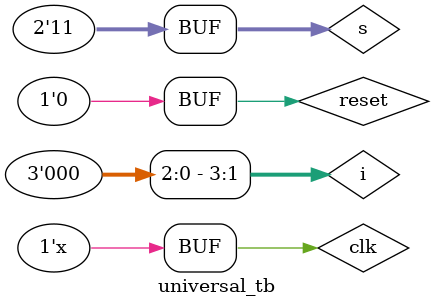
<source format=v>
module universal_tb;

    // Inputs
    reg [3:0] i;
    reg [1:0] s;
    reg SR;
    reg SL;
    reg clk;
    reg reset;

    // Outputs
    wire [3:0] A;
    wire SR_output;
    wire SL_output;

    // Instantiate the Unit Under Test (UUT)
    universal uut (
        .i(i), 
        .s(s), 
        .SR(SR), 
        .SL(SL), 
        .clk(clk), 
        .reset(reset), 
        .A(A), 
        .SR_output(SR_output), 
        .SL_output(SL_output)
    );

    initial begin
        // Initialize Inputs
        i = 0;
        s = 0;
        SR = 0;
        SL = 0;
        clk = 0;
        reset = 1;

        // Wait 100 ns for global reset to finish
        reset = 0;
        
        // Add stimulus here

    end
    
    always #10 clk = ~clk;
    
    always
    begin
            i=$random;
            SR=$random;
            SL=$random;
            #21;
    end
    
   always
    begin
            s=2'b00;
            #21;
            s=2'b01;
            #161;
            s=2'b10;
            #161;
            s=2'b11;
            #21;
    end   
endmodule
</source>
